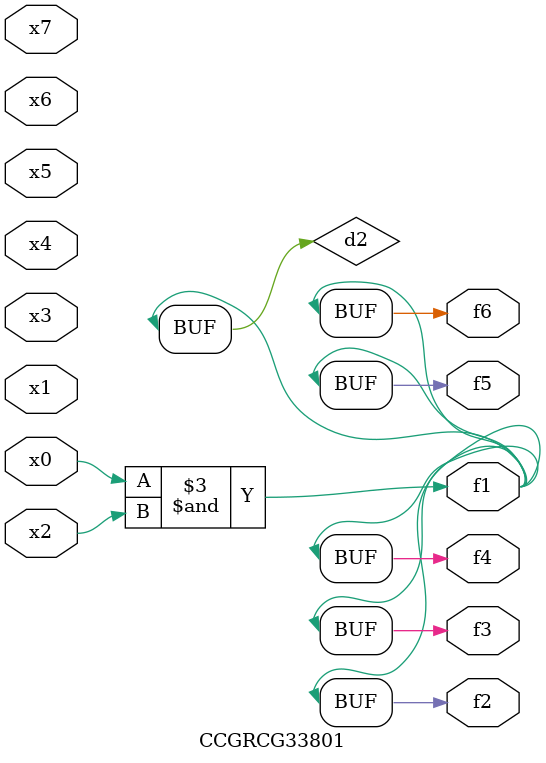
<source format=v>
module CCGRCG33801(
	input x0, x1, x2, x3, x4, x5, x6, x7,
	output f1, f2, f3, f4, f5, f6
);

	wire d1, d2;

	nor (d1, x3, x6);
	and (d2, x0, x2);
	assign f1 = d2;
	assign f2 = d2;
	assign f3 = d2;
	assign f4 = d2;
	assign f5 = d2;
	assign f6 = d2;
endmodule

</source>
